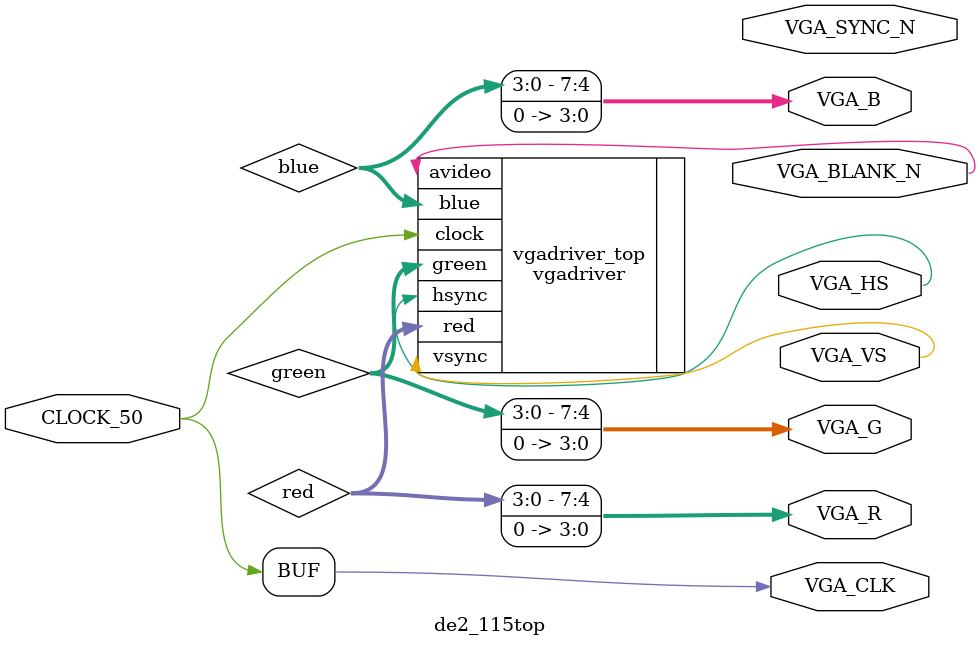
<source format=sv>
`timescale 1ns / 1ps
`default_nettype none
module de2_115top
	(
		// Entrada do clock
		input  logic CLOCK_50,					//	50 MHz
		// Saídas do DAC VGA
		output logic VGA_CLK,					// Clock para o controlador VGA
		output logic VGA_SYNC_N,				// Sincronismo VGA
		output logic VGA_BLANK_N, 				// Ativação do vídeo
		output logic [7:0] VGA_R,				// Cor Red
		output logic [7:0] VGA_G,				// Cor Green
		output logic [7:0] VGA_B,				// Cor Blue
		// Sinais de controle de sincronismo VGA
		output logic VGA_HS,						// Sincronismo horizontal
		output logic VGA_VS						// Sincronismo vertical
	);

	//--------------------------------------------------------------------------
	//	Sinais internos
	//--------------------------------------------------------------------------
	logic [3:0] red, green, blue;
	//--------------------------------------------------------------------------

	//--------------------------------------------------------------------------
	//	Instanciação do módulo
	//--------------------------------------------------------------------------
	vgadriver vgadriver_top (
		.clock (CLOCK_50),
		.red   (red),
		.green (green),
		.blue  (blue),
		.hsync (VGA_HS),
		.vsync (VGA_VS),
		.avideo(VGA_BLANK_N)
	);

	//--------------------------------------------------------------------------
	
	//--------------------------------------------------------------------------
	//	Lógica de saída
	//--------------------------------------------------------------------------	
	// O operador de concatenação é usado para converter um valor de cor de
	// 4 bits na saída de 8 bits correspondente ao DAC.
	assign VGA_R = {red,4'b0000};
	assign VGA_G = {green,4'b0000};
	assign VGA_B = {blue,4'b0000};

	// Clock que alimenta o DAC VGA
	assign VGA_CLK = CLOCK_50;
   //--------------------------------------------------------------------------	

endmodule

</source>
